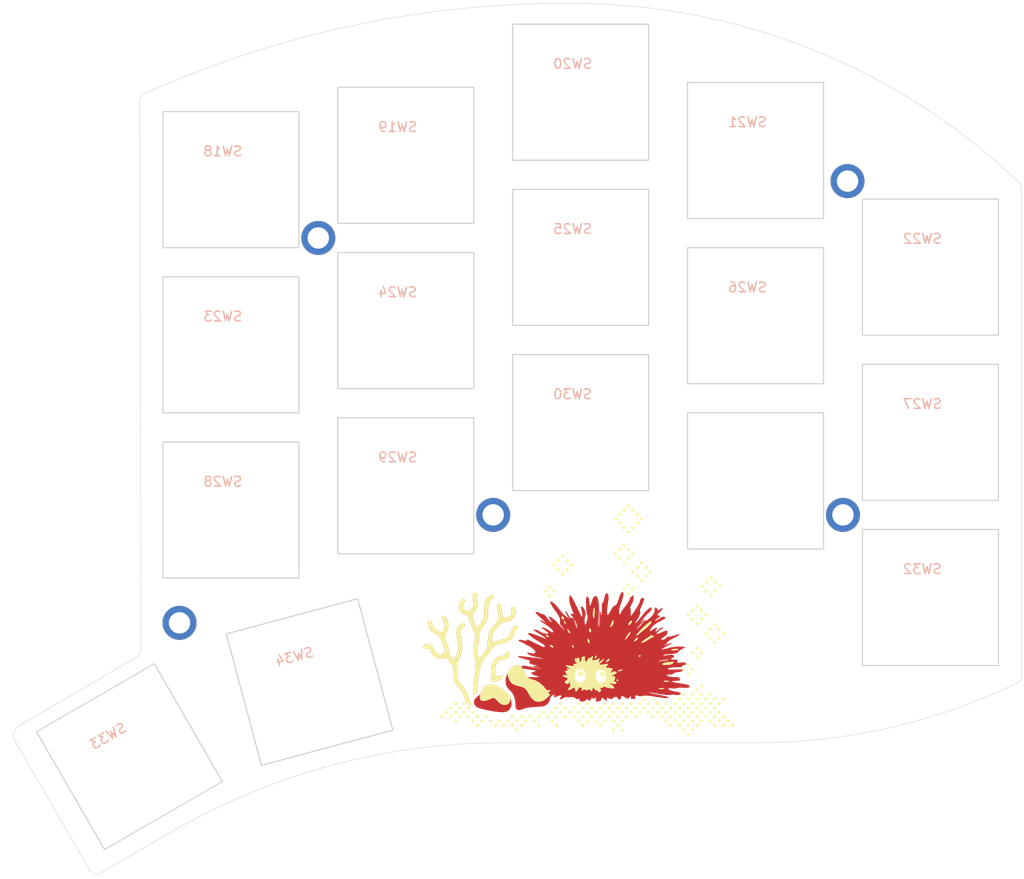
<source format=kicad_pcb>
(kicad_pcb (version 20240108) (generator "pcbnew") (generator_version "8.0")
  (layers (0 "F.Cu" signal) (31 "B.Cu" signal) (34 "B.Paste" user) (35 "F.Paste" user) (36 "B.SilkS" user "B.Silkscreen") (37 "F.SilkS" user "F.Silkscreen") (38 "B.Mask" user) (39 "F.Mask" user) (44 "Edge.Cuts" user))
  (net 0 "")
  (footprint "lib:Hole_SW_Hotswap_Kailh_Choc_V1_tweaked" (layer "F.Cu") (at 63.757249 31.813724)
    (property "Reference" "SW19" (hide yes))
    (property "Value" "Kailh-Choc" (hide yes))
    (fp_rect (start -7 -7) (end 7 7) (stroke (width 0.12)) (fill none) (layer "Edge.Cuts"))
  )
  (footprint "lib:Hole_SW_Hotswap_Kailh_Choc_V1_tweaked" (layer "F.Cu") (at 117.756252 60.314218)
    (property "Reference" "SW27" (hide yes))
    (property "Value" "Kailh-Choc" (hide yes))
    (fp_rect (start -7 -7) (end 7 7) (stroke (width 0.12)) (fill none) (layer "Edge.Cuts"))
  )
  (footprint "lib:Hole_SW_Hotswap_Kailh_Choc_V1_tweaked" (layer "F.Cu") (at 81.75625 42.313719)
    (property "Reference" "SW25" (hide yes))
    (property "Value" "Kailh-Choc" (hide yes))
    (fp_rect (start -7 -7) (end 7 7) (stroke (width 0.12)) (fill none) (layer "Edge.Cuts"))
  )
  (footprint "lib:Hole_SW_Hotswap_Kailh_Choc_V1_tweaked" (layer "F.Cu") (at 99.756249 48.314217)
    (property "Reference" "SW26" (hide yes))
    (property "Value" "Kailh-Choc" (hide yes))
    (fp_rect (start -7 -7) (end 7 7) (stroke (width 0.12)) (fill none) (layer "Edge.Cuts"))
  )
  (footprint "lib:Hole_SW_Hotswap_Kailh_Choc_V1_tweaked" (layer "F.Cu") (at 117.756254 43.314221)
    (property "Reference" "SW22" (hide yes))
    (property "Value" "Kailh-Choc" (hide yes))
    (fp_rect (start -7 -7) (end 7 7) (stroke (width 0.12)) (fill none) (layer "Edge.Cuts"))
  )
  (footprint "lib:Hole_SW_Hotswap_Kailh_Choc_V1_tweaked" (layer "F.Cu") (at 99.756249 65.314223)
    (property "Reference" "SW31" (hide yes))
    (property "Value" "Kailh-Choc" (hide yes))
    (fp_rect (start -7 -7) (end 7 7) (stroke (width 0.12)) (fill none) (layer "Edge.Cuts"))
  )
  (footprint "lib:Hole_SW_Hotswap_Kailh_Choc_V1_tweaked" (layer "F.Cu") (at 117.75625 77.314221)
    (property "Reference" "SW32" (hide yes))
    (property "Value" "Kailh-Choc" (hide yes))
    (fp_rect (start -7 -7) (end 7 7) (stroke (width 0.12)) (fill none) (layer "Edge.Cuts"))
  )
  (footprint "lib:Hole_SW_Hotswap_Kailh_Choc_V1_tweaked" (layer "F.Cu") (at 81.756253 25.313722)
    (property "Reference" "SW20" (hide yes))
    (property "Value" "Kailh-Choc" (hide yes))
    (fp_rect (start -7 -7) (end 7 7) (stroke (width 0.12)) (fill none) (layer "Edge.Cuts"))
  )
  (footprint "lib:Hole_SW_Hotswap_Kailh_Choc_V1_tweaked" (layer "F.Cu") (at 45.75625 51.313724)
    (property "Reference" "SW23" (hide yes))
    (property "Value" "Kailh-Choc" (hide yes))
    (fp_rect (start -7 -7) (end 7 7) (stroke (width 0.12)) (fill none) (layer "Edge.Cuts"))
  )
  (footprint "lib:Hole_SW_Hotswap_Kailh_Choc_V1_tweaked" (layer "F.Cu") (at 53.857209 86.013421 15)
    (property "Reference" "SW34" (hide yes))
    (property "Value" "Kailh-Choc" (hide yes))
    (fp_poly (pts (xy -7 -7) (xy 7 -7) (xy 7 7) (xy -7 7)) (stroke (width 0.12)) (fill none) (layer "Edge.Cuts"))
  )
  (footprint "lib:Hole_SW_Hotswap_Kailh_Choc_V1_tweaked" (layer "F.Cu") (at 45.75625 34.313721)
    (property "Reference" "SW18" (hide yes))
    (property "Value" "Kailh-Choc" (hide yes))
    (fp_rect (start -7 -7) (end 7 7) (stroke (width 0.12)) (fill none) (layer "Edge.Cuts"))
  )
  (footprint "Library:urchin logo" (layer "F.Cu") (at 81.5 79.5)
    (property "Reference" "G***" (hide yes))
    (property "Value" "urchin logo" (hide yes))
  )
  (footprint "Library:urchin logo back" (layer "F.Cu") (at 81.5 79.5)
    (property "Reference" "G***" (hide yes))
    (property "Value" "urchin logo back" (hide yes))
  )
  (footprint "lib:Hole_SW_Hotswap_Kailh_Choc_V1_tweaked" (layer "F.Cu") (at 63.757252 65.81372)
    (property "Reference" "SW29" (hide yes))
    (property "Value" "Kailh-Choc" (hide yes))
    (fp_rect (start -7 -7) (end 7 7) (stroke (width 0.12)) (fill none) (layer "Edge.Cuts"))
  )
  (footprint "Library:urchin logo background 2" (layer "F.Cu") (at 81.5 79.5)
    (property "Reference" "G***" (hide yes))
    (property "Value" "urchin logo background 2" (hide yes))
  )
  (footprint "lib:Hole_SW_Hotswap_Kailh_Choc_V1_tweaked" (layer "F.Cu") (at 99.756251 31.314222)
    (property "Reference" "SW21" (hide yes))
    (property "Value" "Kailh-Choc" (hide yes))
    (fp_rect (start -7 -7) (end 7 7) (stroke (width 0.12)) (fill none) (layer "Edge.Cuts"))
  )
  (footprint "lib:Hole_SW_Hotswap_Kailh_Choc_V1_tweaked" (layer "F.Cu") (at 35.319286 93.692341 30)
    (property "Reference" "SW33" (hide yes))
    (property "Value" "Kailh-Choc" (hide yes))
    (fp_poly (pts (xy -7 -7) (xy 7 -7) (xy 7 7) (xy -7 7)) (stroke (width 0.12)) (fill none) (layer "Edge.Cuts"))
  )
  (footprint "lib:Hole_SW_Hotswap_Kailh_Choc_V1_tweaked" (layer "F.Cu") (at 63.757252 48.813719)
    (property "Reference" "SW24" (hide yes))
    (property "Value" "Kailh-Choc" (hide yes))
    (fp_rect (start -7 -7) (end 7 7) (stroke (width 0.12)) (fill none) (layer "Edge.Cuts"))
  )
  (footprint "lib:Hole_SW_Hotswap_Kailh_Choc_V1_tweaked" (layer "F.Cu") (at 81.75625 59.31372)
    (property "Reference" "SW30" (hide yes))
    (property "Value" "Kailh-Choc" (hide yes))
    (fp_rect (start -7 -7) (end 7 7) (stroke (width 0.12)) (fill none) (layer "Edge.Cuts"))
  )
  (footprint "lib:Hole_SW_Hotswap_Kailh_Choc_V1_tweaked" (layer "F.Cu") (at 45.756247 68.313718)
    (property "Reference" "SW28" (hide yes))
    (property "Value" "Kailh-Choc" (hide yes))
    (fp_rect (start -7 -7) (end 7 7) (stroke (width 0.12)) (fill none) (layer "Edge.Cuts"))
  )
  (footprint "lib:M2_hole_3.5mm_2mm" (layer "B.Cu") (at 108.75625 68.814219 180)
    (property "Reference" "H2" (hide yes))
    (property "Value" "M2 Hole" (hide yes))
  )
  (footprint "lib:M2_hole_3.5mm_2mm" (layer "B.Cu") (at 40.475095 79.924152 180)
    (property "Reference" "H4" (hide yes))
    (property "Value" "M2 Hole" (hide yes))
  )
  (footprint "lib:M2_hole_3.5mm_2mm" (layer "B.Cu") (at 109.223252 34.462719 180)
    (property "Reference" "H1" (hide yes))
    (property "Value" "M2 Hole" (hide yes))
  )
  (footprint "lib:M2_hole_3.5mm_2mm" (layer "B.Cu") (at 54.757251 40.313723 180)
    (property "Reference" "H3" (hide yes))
    (property "Value" "M2 Hole" (hide yes))
  )
  (footprint "lib:M2_hole_3.5mm_2mm" (layer "B.Cu") (at 72.75625 68.813718 180)
    (property "Reference" "H4" (hide yes))
    (property "Value" "M2 Hole" (hide yes))
  )
  (gr_arc (start 36.821421 25.505625) (mid 58.394491 18.44351) (end 80.980867 16.179356) (stroke (width 0.05)) (layer "Edge.Cuts"))
  (gr_line (start 24 90.500001) (end 36.248075 83.33205) (stroke (width 0.05)) (layer "Edge.Cuts"))
  (gr_line (start 127.127 48.2854) (end 127.127 53.34) (stroke (width 0.05)) (layer "Edge.Cuts"))
  (gr_line (start 127.131213 35.189247) (end 127.127 48.2854) (stroke (width 0.05)) (layer "Edge.Cuts"))
  (gr_arc (start 127.131213 85.439154) (mid 127.020594 85.830359) (end 126.72142 86.105624) (stroke (width 0.05)) (layer "Edge.Cuts"))
  (gr_arc (start 126.72142 86.105624) (mid 113.586327 90.70859) (end 99.755823 92.269081) (stroke (width 0.05)) (layer "Edge.Cuts"))
  (gr_arc (start 32.286901 105.69056) (mid 31.71778 105.765478) (end 31.262382 105.416041) (stroke (width 0.05)) (layer "Edge.Cuts"))
  (gr_line (start 127.127 65.786) (end 127.127 70.866) (stroke (width 0.05)) (layer "Edge.Cuts"))
  (gr_line (start 39.756189 101.378161) (end 32.286901 105.69056) (stroke (width 0.05)) (layer "Edge.Cuts"))
  (gr_line (start 36.38142 26.188386) (end 36.5 82.5) (stroke (width 0.05)) (layer "Edge.Cuts"))
  (gr_arc (start 80.980867 16.179356) (mid 105.735153 20.972378) (end 126.911422 34.658625) (stroke (width 0.05)) (layer "Edge.Cuts"))
  (gr_arc (start 36.5 82.5) (mid 36.435638 82.934676) (end 36.248075 83.33205) (stroke (width 0.05)) (layer "Edge.Cuts"))
  (gr_line (start 23.5 92) (end 31.262382 105.416041) (stroke (width 0.05)) (layer "Edge.Cuts"))
  (gr_arc (start 39.756189 101.378161) (mid 56.153464 94.585838) (end 73.750027 92.269081) (stroke (width 0.05)) (layer "Edge.Cuts"))
  (gr_line (start 127.127 53.34) (end 127.127 65.786) (stroke (width 0.05)) (layer "Edge.Cuts"))
  (gr_arc (start 126.911422 34.658625) (mid 127.074091 34.902076) (end 127.131213 35.189247) (stroke (width 0.05)) (layer "Edge.Cuts"))
  (gr_arc (start 36.38142 26.188386) (mid 36.50099 25.782284) (end 36.821421 25.505625) (stroke (width 0.05)) (layer "Edge.Cuts"))
  (gr_arc (start 23.500001 92) (mid 23.439341 91.146447) (end 24 90.500001) (stroke (width 0.05)) (layer "Edge.Cuts"))
  (gr_line (start 99.755823 92.269081) (end 73.750027 92.269081) (stroke (width 0.05)) (layer "Edge.Cuts"))
  (gr_line (start 127.131213 85.439154) (end 127.127 70.866) (stroke (width 0.05)) (layer "Edge.Cuts"))
)
</source>
